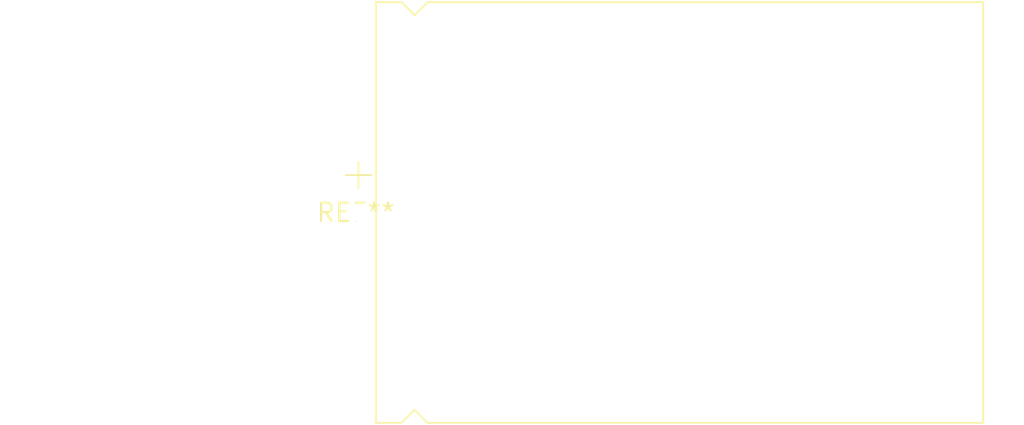
<source format=kicad_pcb>
(kicad_pcb (version 20240108) (generator pcbnew)
  (layers (0 "F.Cu" signal) (31 "B.Cu" signal) (34 "B.Paste" user) (35 "F.Paste" user) (36 "B.SilkS" user "B.Silkscreen") (37 "F.SilkS" user "F.Silkscreen") (38 "B.Mask" user) (39 "F.Mask" user) (44 "Edge.Cuts" user))
  (net 0 "")
  (footprint "CP_Axial_L42.0mm_D29.0mm_P45.00mm_Horizontal" (layer "F.Cu") (at 0 0)
    (property "Reference" "REF**")
    (property "Value" "CP_Axial_L42.0mm_D29.0mm_P45.00mm_Horizontal")
    (fp_line (start -0.72 -2.6) (end 1.08 -2.6) (layer "F.SilkS") (stroke (width 0.12)))
    (fp_line (start 0.18 -3.5) (end 0.18 -1.7) (layer "F.SilkS") (stroke (width 0.12)))
    (fp_line (start 1.38 -14.62) (end 1.38 14.62) (layer "F.SilkS") (stroke (width 0.12)))
    (fp_line (start 1.38 -14.62) (end 3.18 -14.62) (layer "F.SilkS") (stroke (width 0.12)))
    (fp_line (start 1.38 14.62) (end 3.18 14.62) (layer "F.SilkS") (stroke (width 0.12)))
    (fp_line (start 3.18 -14.62) (end 4.08 -13.72) (layer "F.SilkS") (stroke (width 0.12)))
    (fp_line (start 3.18 14.62) (end 4.08 13.72) (layer "F.SilkS") (stroke (width 0.12)))
    (fp_line (start 4.08 -13.72) (end 4.98 -14.62) (layer "F.SilkS") (stroke (width 0.12)))
    (fp_line (start 4.08 13.72) (end 4.98 14.62) (layer "F.SilkS") (stroke (width 0.12)))
    (fp_line (start 4.98 -14.62) (end 43.62 -14.62) (layer "F.SilkS") (stroke (width 0.12)))
    (fp_line (start 4.98 14.62) (end 43.62 14.62) (layer "F.SilkS") (stroke (width 0.12)))
    (fp_line (start 43.62 -14.62) (end 43.62 14.62) (layer "F.SilkS") (stroke (width 0.12)))
    (pad "1" thru_hole rect (at 0 0) (size 2.4 2.4) (drill 1.2) (layers *.Cu *.Mask) (remove_unused_layers))
    (pad "2" thru_hole oval (at 45 0) (size 2.4 2.4) (drill 1.2) (layers *.Cu *.Mask) (remove_unused_layers))
  )
)
</source>
